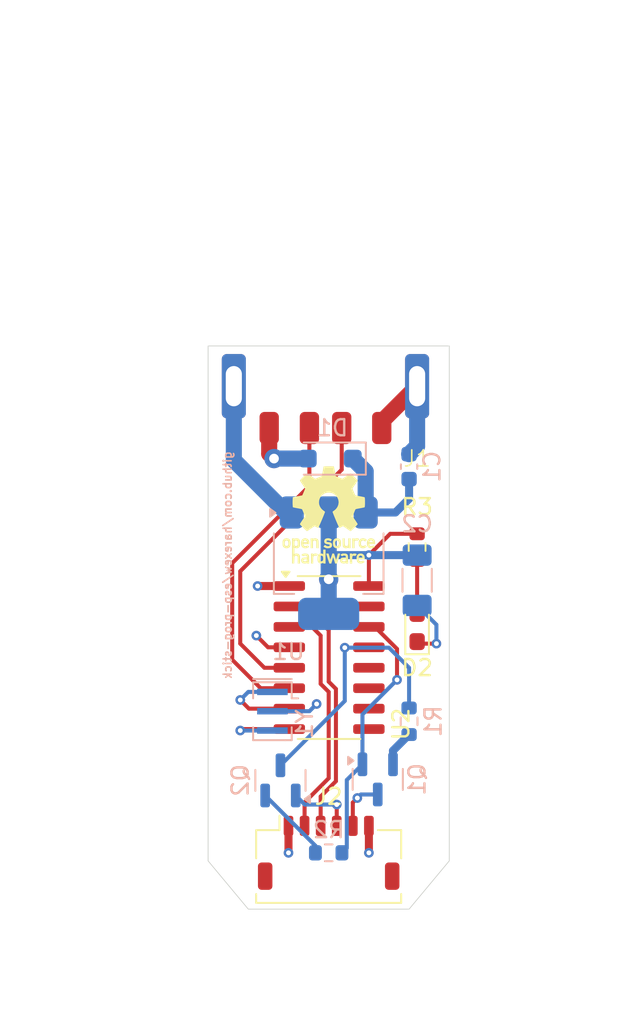
<source format=kicad_pcb>
(kicad_pcb (version 20240108) (generator "pcbnew") (generator_version "8.0")
  (title_block (title "ESP-PROG Stick") (date "2024-10-31") (rev "1.0") (company "github.com/harexew"))
  (layers (0 "F.Cu" signal) (1 "In1.Cu" signal) (2 "In2.Cu" signal) (31 "B.Cu" signal) (34 "B.Paste" user) (35 "F.Paste" user) (36 "B.SilkS" user "B.Silkscreen") (37 "F.SilkS" user "F.Silkscreen") (38 "B.Mask" user) (39 "F.Mask" user) (44 "Edge.Cuts" user))
  (net 0 "")
  (net 1 "GND")
  (net 2 "+5V")
  (net 3 "+3V3")
  (net 4 "Net-(D1-A)")
  (net 5 "/ESP_IO0")
  (net 6 "/RX")
  (net 7 "/TX")
  (net 8 "/ESP_EN")
  (net 9 "Net-(Q1-B)")
  (net 10 "/RTS")
  (net 11 "/DTR")
  (net 12 "Net-(Q2-B)")
  (net 13 "Net-(D2-A)")
  (net 14 "Net-(U2-XO)")
  (net 19 "Net-(U2-XI)")
  (net 21 "/USB_D-")
  (net 22 "/USB_D+")
  (footprint "Resistor_SMD:R_0603_1608Metric" (layer "F.Cu") (at 205.5 68 -90)
    (property "Reference" "R3" (at -2.5 0 180) (layer "F.SilkS"))
    (property "Value" "2K2")
    (pad "1" smd roundrect (at -0.825 0 270) (size 0.8 0.95) (layers "F.Cu" "F.Paste" "F.Mask") (net 3 "+3V3"))
    (pad "2" smd roundrect (at 0.825 0 270) (size 0.8 0.95) (layers "F.Cu" "F.Paste" "F.Mask") (net 13 "Net-(D2-A)"))
  )
  (footprint "USB_Custom:XKB_U217-041N" (layer "F.Cu") (at 198.8 60.6)
    (property "Reference" "J1" (at 6.7 1.9 0) (layer "F.SilkS") (effects (font (thickness 0.1))))
    (property "Value" "USB_A")
    (pad "" np_thru_hole circle (at -1.25 -2.6) (size 1 1) (drill 1) (layers "F&B.Cu" "*.Mask"))
    (pad "" np_thru_hole circle (at 3.25 -2.6) (size 1 1) (drill 1) (layers "F&B.Cu" "*.Mask"))
    (pad "1" smd roundrect (at -2.5 0) (size 1.2 2) (layers "F.Cu" "F.Paste" "F.Mask") (net 4 "Net-(D1-A)"))
    (pad "2" smd roundrect (at 0 0) (size 1.2 2) (layers "F.Cu" "F.Paste" "F.Mask") (net 21 "/USB_D-"))
    (pad "3" smd roundrect (at 2.01 0) (size 1.2 2) (layers "F.Cu" "F.Paste" "F.Mask") (net 22 "/USB_D+"))
    (pad "4" smd roundrect (at 4.5 0) (size 1.2 2) (layers "F.Cu" "F.Paste" "F.Mask") (net 1 "GND"))
    (pad "5" thru_hole roundrect (at -4.7 -2.6) (size 1.5 4) (drill oval 1 2.5) (layers "*.Cu" "*.Mask") (roundrect_rratio 0.2083333333) (net 1 "GND"))
    (pad "5" thru_hole roundrect (at 6.7 -2.6) (size 1.5 4) (drill oval 1 2.5) (layers "*.Cu" "*.Mask") (roundrect_rratio 0.2083333333) (net 1 "GND"))
  )
  (footprint "Connector_JST:JST_SHL_SM06B-SHLS-TF_1x06-1MP_P1.00mm_Horizontal" (layer "F.Cu") (at 200 87)
    (property "Reference" "J2" (at 0 -3.5 0) (layer "F.SilkS"))
    (property "Value" "JST SM06B-SHLS-TF")
    (pad "1" smd roundrect (at -2.5 -1.675) (size 0.6 1.25) (layers "F.Cu" "F.Paste" "F.Mask") (net 1 "GND"))
    (pad "2" smd roundrect (at -1.5 -1.675) (size 0.6 1.25) (layers "F.Cu" "F.Paste" "F.Mask") (net 6 "/RX"))
    (pad "3" smd roundrect (at -0.5 -1.675) (size 0.6 1.25) (layers "F.Cu" "F.Paste" "F.Mask") (net 7 "/TX"))
    (pad "4" smd roundrect (at 0.5 -1.675) (size 0.6 1.25) (layers "F.Cu" "F.Paste" "F.Mask") (net 5 "/ESP_IO0"))
    (pad "5" smd roundrect (at 1.5 -1.675) (size 0.6 1.25) (layers "F.Cu" "F.Paste" "F.Mask") (net 8 "/ESP_EN"))
    (pad "6" smd roundrect (at 2.5 -1.675) (size 0.6 1.25) (layers "F.Cu" "F.Paste" "F.Mask") (net 3 "+3V3"))
    (pad "MP" smd roundrect (at -3.95 1.45) (size 0.9 1.7) (layers "F.Cu" "F.Paste" "F.Mask"))
    (pad "MP" smd roundrect (at 3.95 1.45) (size 0.9 1.7) (layers "F.Cu" "F.Paste" "F.Mask"))
  )
  (footprint "LED_SMD:LED_0603_1608Metric_Pad1.05x0.95mm_HandSolder" (layer "F.Cu") (at 205.5 73 90)
    (property "Reference" "D2" (at -2.5 0 0) (layer "F.SilkS"))
    (property "Value" "LED_Red")
    (pad "1" smd roundrect (at -0.875 0 90) (size 1.05 0.95) (layers "F.Cu" "F.Paste" "F.Mask") (net 1 "GND"))
    (pad "2" smd roundrect (at 0.875 0 90) (size 1.05 0.95) (layers "F.Cu" "F.Paste" "F.Mask") (net 13 "Net-(D2-A)"))
  )
  (footprint "Symbol:OSHW-Logo_5.7x6mm_SilkScreen" (layer "F.Cu") (at 200 66)
    (property "Reference" "REF**" (hide yes))
    (property "Value" "OSHW-Logo_5.7x6mm_SilkScreen" (hide yes))
  )
  (footprint "Package_SO:SOIC-16_3.9x9.9mm_P1.27mm" (layer "F.Cu") (at 200.025 74.865)
    (property "Reference" "U2" (at 4.475 4.135 90) (layer "F.SilkS"))
    (property "Value" "CH340G")
    (pad "1" smd roundrect (at -2.475 -4.445) (size 1.95 0.6) (layers "F.Cu" "F.Paste" "F.Mask") (net 1 "GND"))
    (pad "2" smd roundrect (at -2.475 -3.175) (size 1.95 0.6) (layers "F.Cu" "F.Paste" "F.Mask") (net 7 "/TX"))
    (pad "3" smd roundrect (at -2.475 -1.905) (size 1.95 0.6) (layers "F.Cu" "F.Paste" "F.Mask") (net 6 "/RX"))
    (pad "4" smd roundrect (at -2.475 -0.635) (size 1.95 0.6) (layers "F.Cu" "F.Paste" "F.Mask") (net 3 "+3V3"))
    (pad "5" smd roundrect (at -2.475 0.635) (size 1.95 0.6) (layers "F.Cu" "F.Paste" "F.Mask") (net 22 "/USB_D+"))
    (pad "6" smd roundrect (at -2.475 1.905) (size 1.95 0.6) (layers "F.Cu" "F.Paste" "F.Mask") (net 21 "/USB_D-"))
    (pad "7" smd roundrect (at -2.475 3.175) (size 1.95 0.6) (layers "F.Cu" "F.Paste" "F.Mask") (net 19 "Net-(U2-XI)"))
    (pad "8" smd roundrect (at -2.475 4.445) (size 1.95 0.6) (layers "F.Cu" "F.Paste" "F.Mask") (net 14 "Net-(U2-XO)"))
    (pad "9" smd roundrect (at 2.475 4.445) (size 1.95 0.6) (layers "F.Cu" "F.Paste" "F.Mask"))
    (pad "10" smd roundrect (at 2.475 3.175) (size 1.95 0.6) (layers "F.Cu" "F.Paste" "F.Mask"))
    (pad "11" smd roundrect (at 2.475 1.905) (size 1.95 0.6) (layers "F.Cu" "F.Paste" "F.Mask"))
    (pad "12" smd roundrect (at 2.475 0.635) (size 1.95 0.6) (layers "F.Cu" "F.Paste" "F.Mask"))
    (pad "13" smd roundrect (at 2.475 -0.635) (size 1.95 0.6) (layers "F.Cu" "F.Paste" "F.Mask") (net 11 "/DTR"))
    (pad "14" smd roundrect (at 2.475 -1.905) (size 1.95 0.6) (layers "F.Cu" "F.Paste" "F.Mask") (net 10 "/RTS"))
    (pad "15" smd roundrect (at 2.475 -3.175) (size 1.95 0.6) (layers "F.Cu" "F.Paste" "F.Mask"))
    (pad "16" smd roundrect (at 2.475 -4.445) (size 1.95 0.6) (layers "F.Cu" "F.Paste" "F.Mask") (net 3 "+3V3"))
  )
  (footprint "Crystal:Resonator_SMD_Murata_CSTxExxV-3Pin_3.0x1.1mm" (layer "B.Cu") (at 196.5 78.2 -90)
    (property "Reference" "Y1" (at 0.8 -2 90) (layer "B.SilkS") (effects (justify mirror)))
    (property "Value" "CSTNE12M0G550000R0")
    (pad "1" smd rect (at -1.2 0 270) (size 0.4 1.9) (layers "B.Cu" "B.Paste" "B.Mask") (net 19 "Net-(U2-XI)"))
    (pad "2" smd rect (at 0 0 270) (size 0.4 1.9) (layers "B.Cu" "B.Paste" "B.Mask") (net 1 "GND"))
    (pad "3" smd rect (at 1.2 0 270) (size 0.4 1.9) (layers "B.Cu" "B.Paste" "B.Mask") (net 14 "Net-(U2-XO)"))
  )
  (footprint "Package_TO_SOT_SMD:SOT-223-3_TabPin2" (layer "B.Cu") (at 200 69 -90)
    (property "Reference" "U1" (at 5.5 2.5 180) (layer "B.SilkS") (effects (justify mirror)))
    (property "Value" "AZ1117-3.3")
    (pad "1" smd roundrect (at -3.15 2.3 270) (size 2 1.5) (layers "B.Cu" "B.Paste" "B.Mask") (net 1 "GND"))
    (pad "2" smd roundrect (at -3.15 0 270) (size 2 1.5) (layers "B.Cu" "B.Paste" "B.Mask") (net 3 "+3V3"))
    (pad "2" smd roundrect (at 3.15 0 270) (size 2 3.8) (layers "B.Cu" "B.Paste" "B.Mask") (net 3 "+3V3"))
    (pad "3" smd roundrect (at -3.15 -2.3 270) (size 2 1.5) (layers "B.Cu" "B.Paste" "B.Mask") (net 2 "+5V"))
  )
  (footprint "Resistor_SMD:R_0603_1608Metric" (layer "B.Cu") (at 200 87 180)
    (property "Reference" "R2" (at 0 1.43 0) (layer "B.SilkS") (effects (justify mirror)))
    (property "Value" "10K")
    (pad "1" smd roundrect (at -0.825 0 180) (size 0.8 0.95) (layers "B.Cu" "B.Paste" "B.Mask") (net 10 "/RTS"))
    (pad "2" smd roundrect (at 0.825 0 180) (size 0.8 0.95) (layers "B.Cu" "B.Paste" "B.Mask") (net 12 "Net-(Q2-B)"))
  )
  (footprint "Capacitor_SMD:C_1206_3216Metric_Pad1.33x1.80mm_HandSolder" (layer "B.Cu") (at 205.5 70.0625 -90)
    (property "Reference" "C2" (at -3.5 0 180) (layer "B.SilkS") (effects (justify mirror)))
    (property "Value" "22uF")
    (pad "1" smd roundrect (at -1.5625 0 270) (size 1.325 1.8) (layers "B.Cu" "B.Paste" "B.Mask") (roundrect_rratio 0.188679) (net 3 "+3V3"))
    (pad "2" smd roundrect (at 1.5625 0 270) (size 1.325 1.8) (layers "B.Cu" "B.Paste" "B.Mask") (roundrect_rratio 0.188679) (net 1 "GND"))
  )
  (footprint "Diode_SMD:D_SOD-123F" (layer "B.Cu") (at 200.1 62.5 180)
    (property "Reference" "D1" (at -0.127 1.905 0) (layer "B.SilkS") (effects (justify mirror)))
    (property "Value" "DSL16")
    (pad "1" smd roundrect (at -1.4 0 180) (size 1.1 1.1) (layers "B.Cu" "B.Paste" "B.Mask") (roundrect_rratio 0.2272727273) (net 2 "+5V"))
    (pad "2" smd roundrect (at 1.4 0 180) (size 1.1 1.1) (layers "B.Cu" "B.Paste" "B.Mask") (roundrect_rratio 0.2272727273) (net 4 "Net-(D1-A)"))
  )
  (footprint "Resistor_SMD:R_0603_1608Metric" (layer "B.Cu") (at 205 78.825 -90)
    (property "Reference" "R1" (at 0 -1.5 90) (layer "B.SilkS") (effects (justify mirror)))
    (property "Value" "10K")
    (pad "1" smd roundrect (at -0.825 0 270) (size 0.8 0.95) (layers "B.Cu" "B.Paste" "B.Mask") (net 11 "/DTR"))
    (pad "2" smd roundrect (at 0.825 0 270) (size 0.8 0.95) (layers "B.Cu" "B.Paste" "B.Mask") (net 9 "Net-(Q1-B)"))
  )
  (footprint "Capacitor_SMD:C_0603_1608Metric" (layer "B.Cu") (at 205 63 90)
    (property "Reference" "C1" (at 0 1.43 90) (layer "B.SilkS") (effects (justify mirror)))
    (property "Value" "10uF")
    (pad "1" smd roundrect (at -0.775 0 90) (size 0.9 0.95) (layers "B.Cu" "B.Paste" "B.Mask") (net 2 "+5V"))
    (pad "2" smd roundrect (at 0.775 0 90) (size 0.9 0.95) (layers "B.Cu" "B.Paste" "B.Mask") (net 1 "GND"))
  )
  (footprint "Package_TO_SOT_SMD:SOT-23" (layer "B.Cu") (at 197 82.5 90)
    (property "Reference" "Q2" (at 0 -2.5 90) (layer "B.SilkS") (effects (justify mirror)))
    (property "Value" "S8050")
    (pad "1" smd roundrect (at -0.9375 0.95 90) (size 1.475 0.6) (layers "B.Cu" "B.Paste" "B.Mask") (net 5 "/ESP_IO0"))
    (pad "2" smd roundrect (at -0.9375 -0.95 90) (size 1.475 0.6) (layers "B.Cu" "B.Paste" "B.Mask") (net 12 "Net-(Q2-B)"))
    (pad "3" smd roundrect (at 0.9375 0 90) (size 1.475 0.6) (layers "B.Cu" "B.Paste" "B.Mask") (net 11 "/DTR"))
  )
  (footprint "Package_TO_SOT_SMD:SOT-23" (layer "B.Cu") (at 203.05 82.4375 -90)
    (property "Reference" "Q1" (at 0 -2.45 90) (layer "B.SilkS") (effects (justify mirror)))
    (property "Value" "S8050")
    (pad "1" smd roundrect (at -0.9375 0.95 270) (size 1.475 0.6) (layers "B.Cu" "B.Paste" "B.Mask") (net 10 "/RTS"))
    (pad "2" smd roundrect (at -0.9375 -0.95 270) (size 1.475 0.6) (layers "B.Cu" "B.Paste" "B.Mask") (net 9 "Net-(Q1-B)"))
    (pad "3" smd roundrect (at 0.9375 0 270) (size 1.475 0.6) (layers "B.Cu" "B.Paste" "B.Mask") (net 8 "/ESP_EN"))
  )
  (gr_poly (pts (xy 192.5 55.5) (xy 207.5 55.5) (xy 207.5 87.5) (xy 205 90.5) (xy 195 90.5) (xy 192.5 87.5)) (stroke (width 0.05)) (fill none) (layer "Edge.Cuts"))
  (gr_text "github.com/harexew/esp-prog-stick" (at 194 62 90) (layer "B.SilkS") (effects (font (size 0.5 0.5) (thickness 0.1) (bold yes)) (justify left bottom mirror)))
  (segment (start 195.58 70.42) (end 197.55 70.42) (width 0.5) (layer "F.Cu") (net 1))
  (segment (start 206.7 74) (end 205.625 74) (width 0.25) (layer "F.Cu") (net 1))
  (segment (start 205.625 74) (end 205.5 73.875) (width 0.25) (layer "F.Cu") (net 1))
  (segment (start 203.3 60.6) (end 203.3 60.2) (width 1) (layer "F.Cu") (net 1))
  (segment (start 197.5 85.325) (end 197.5 87) (width 0.5) (layer "F.Cu") (net 1))
  (segment (start 203.3 60.2) (end 205.5 58) (width 1) (layer "F.Cu") (net 1))
  (via (at 206.7 74) (size 0.6) (drill 0.3) (layers "F.Cu" "B.Cu") (net 1))
  (via (at 195.58 70.42) (size 0.6) (drill 0.3) (layers "F.Cu" "B.Cu") (net 1))
  (via (at 197.5 87) (size 0.6) (drill 0.3) (layers "F.Cu" "B.Cu") (net 1))
  (via (at 199.25 77.75) (size 0.6) (drill 0.3) (layers "F.Cu" "B.Cu") (net 1))
  (segment (start 198.8 78.2) (end 199.25 77.75) (width 0.25) (layer "B.Cu") (net 1))
  (segment (start 197.35 65.85) (end 194.1 62.6) (width 1) (layer "B.Cu") (net 1))
  (segment (start 196.5 78.2) (end 198.8 78.2) (width 0.25) (layer "B.Cu") (net 1))
  (segment (start 194.1 62.6) (end 194.1 58) (width 1) (layer "B.Cu") (net 1))
  (segment (start 205.5 58) (end 205.5 61.725) (width 1) (layer "B.Cu") (net 1))
  (segment (start 206.7 74) (end 206.7 72.825) (width 0.25) (layer "B.Cu") (net 1))
  (segment (start 206.7 72.825) (end 205.5 71.625) (width 0.25) (layer "B.Cu") (net 1))
  (segment (start 205.5 61.725) (end 205 62.225) (width 1) (layer "B.Cu") (net 1))
  (segment (start 197.7 65.85) (end 197.35 65.85) (width 1) (layer "B.Cu") (net 1))
  (segment (start 205 63.775) (end 205 65) (width 0.5) (layer "B.Cu") (net 2))
  (segment (start 205 65) (end 204.15 65.85) (width 0.5) (layer "B.Cu") (net 2))
  (segment (start 202.3 65.85) (end 202.3 63.3) (width 1) (layer "B.Cu") (net 2))
  (segment (start 204.15 65.85) (end 202.3 65.85) (width 0.5) (layer "B.Cu") (net 2))
  (segment (start 202.3 63.3) (end 201.5 62.5) (width 1) (layer "B.Cu") (net 2))
  (segment (start 195.5 73.5) (end 196.23 74.23) (width 0.25) (layer "F.Cu") (net 3))
  (segment (start 202.5 68.5) (end 202.5 70.42) (width 0.25) (layer "F.Cu") (net 3))
  (segment (start 203.825 67.175) (end 205.5 67.175) (width 0.25) (layer "F.Cu") (net 3))
  (segment (start 202.5 68.5) (end 203.825 67.175) (width 0.25) (layer "F.Cu") (net 3))
  (segment (start 202.5 85.325) (end 202.5 87) (width 0.5) (layer "F.Cu") (net 3))
  (segment (start 196.23 74.23) (end 197.55 74.23) (width 0.25) (layer "F.Cu") (net 3))
  (via (at 202.5 87) (size 0.6) (drill 0.3) (layers "F.Cu" "B.Cu") (net 3))
  (via (at 202.5 68.5) (size 0.6) (drill 0.3) (layers "F.Cu" "B.Cu") (net 3))
  (via (at 200 70) (size 1.2) (drill 0.6) (layers "F.Cu" "B.Cu") (net 3))
  (via (at 195.5 73.5) (size 0.6) (drill 0.3) (layers "F.Cu" "B.Cu") (net 3))
  (segment (start 200 68.5) (end 200 70) (width 0.5) (layer "B.Cu") (net 3))
  (segment (start 202.5 68.5) (end 200 68.5) (width 0.5) (layer "B.Cu") (net 3))
  (segment (start 200 70) (end 200 72.15) (width 1) (layer "B.Cu") (net 3))
  (segment (start 205.5 68.5) (end 202.5 68.5) (width 0.5) (layer "B.Cu") (net 3))
  (segment (start 200 65.85) (end 200 70) (width 1) (layer "B.Cu") (net 3))
  (segment (start 196.6 62.5) (end 196.3 62.2) (width 1) (layer "F.Cu") (net 4))
  (segment (start 196.3 62.2) (end 196.3 60.6) (width 1) (layer "F.Cu") (net 4))
  (via (at 196.6 62.5) (size 1.2) (drill 0.6) (layers "F.Cu" "B.Cu") (net 4))
  (segment (start 196.6 62.5) (end 198.7 62.5) (width 1) (layer "B.Cu") (net 4))
  (segment (start 200.5 84) (end 200.5 85.325) (width 0.25) (layer "F.Cu") (net 5))
  (via (at 200.5 84) (size 0.6) (drill 0.3) (layers "F.Cu" "B.Cu") (net 5))
  (segment (start 198.5125 84) (end 197.95 83.4375) (width 0.25) (layer "B.Cu") (net 5))
  (segment (start 200.5 84) (end 198.5125 84) (width 0.25) (layer "B.Cu") (net 5))
  (segment (start 198.96 72.96) (end 197.55 72.96) (width 0.25) (layer "F.Cu") (net 6))
  (segment (start 199.5 76.5) (end 199.5 73.5) (width 0.25) (layer "F.Cu") (net 6))
  (segment (start 200 77) (end 199.5 76.5) (width 0.25) (layer "F.Cu") (net 6))
  (segment (start 200 82.363604) (end 200 77) (width 0.25) (layer "F.Cu") (net 6))
  (segment (start 198.5 85.325) (end 198.5 83.863604) (width 0.25) (layer "F.Cu") (net 6))
  (segment (start 198.5 83.863604) (end 200 82.363604) (width 0.25) (layer "F.Cu") (net 6))
  (segment (start 199.5 73.5) (end 198.96 72.96) (width 0.25) (layer "F.Cu") (net 6))
  (segment (start 199.5 83.5) (end 200.45 82.55) (width 0.25) (layer "F.Cu") (net 7))
  (segment (start 198.524999 71.69) (end 197.55 71.69) (width 0.25) (layer "F.Cu") (net 7))
  (segment (start 200.45 82.55) (end 200.45 76.813604) (width 0.25) (layer "F.Cu") (net 7))
  (segment (start 199.5 85.325) (end 199.5 83.5) (width 0.25) (layer "F.Cu") (net 7))
  (segment (start 200.45 76.813604) (end 200 76.363604) (width 0.25) (layer "F.Cu") (net 7))
  (segment (start 200 76.363604) (end 200 73.165001) (width 0.25) (layer "F.Cu") (net 7))
  (segment (start 200 73.165001) (end 198.524999 71.69) (width 0.25) (layer "F.Cu") (net 7))
  (segment (start 201.5 83.875) (end 201.5 85.325) (width 0.25) (layer "F.Cu") (net 8))
  (segment (start 201.78125 83.59375) (end 201.5 83.875) (width 0.25) (layer "F.Cu") (net 8))
  (via (at 201.78125 83.59375) (size 0.6) (drill 0.3) (layers "F.Cu" "B.Cu") (net 8))
  (segment (start 202 83.375) (end 203.05 83.375) (width 0.25) (layer "B.Cu") (net 8))
  (segment (start 201.78125 83.59375) (end 202 83.375) (width 0.25) (layer "B.Cu") (net 8))
  (segment (start 204 80.65) (end 205 79.65) (width 0.5) (layer "B.Cu") (net 9))
  (segment (start 204 81.5) (end 204 80.65) (width 0.5) (layer "B.Cu") (net 9))
  (segment (start 202.880908 72.96) (end 202.5 72.96) (width 0.25) (layer "F.Cu") (net 10))
  (segment (start 204.25 74.329092) (end 202.880908 72.96) (width 0.25) (layer "F.Cu") (net 10))
  (segment (start 204.25 76.25) (end 204.25 74.329092) (width 0.25) (layer "F.Cu") (net 10))
  (via (at 204.25 76.25) (size 0.6) (drill 0.3) (layers "F.Cu" "B.Cu") (net 10))
  (segment (start 202.1 78.4) (end 202.1 81.5) (width 0.25) (layer "B.Cu") (net 10))
  (segment (start 201.125 86.7) (end 201.125 82.475) (width 0.25) (layer "B.Cu") (net 10))
  (segment (start 200.825 87) (end 201.125 86.7) (width 0.25) (layer "B.Cu") (net 10))
  (segment (start 204.25 76.25) (end 202.1 78.4) (width 0.25) (layer "B.Cu") (net 10))
  (segment (start 201.125 82.475) (end 202.1 81.5) (width 0.25) (layer "B.Cu") (net 10))
  (segment (start 201 74.25) (end 202.48 74.25) (width 0.25) (layer "F.Cu") (net 11))
  (segment (start 202.48 74.25) (end 202.5 74.23) (width 0.25) (layer "F.Cu") (net 11))
  (via (at 201 74.25) (size 0.6) (drill 0.3) (layers "F.Cu" "B.Cu") (net 11))
  (segment (start 203.75 74.25) (end 205 75.5) (width 0.25) (layer "B.Cu") (net 11))
  (segment (start 201 77.5625) (end 197 81.5625) (width 0.25) (layer "B.Cu") (net 11))
  (segment (start 205 75.5) (end 205 78) (width 0.25) (layer "B.Cu") (net 11))
  (segment (start 201 74.25) (end 201 77.5625) (width 0.25) (layer "B.Cu") (net 11))
  (segment (start 201 74.25) (end 203.75 74.25) (width 0.25) (layer "B.Cu") (net 11))
  (segment (start 199.175 86.5625) (end 196.05 83.4375) (width 0.25) (layer "B.Cu") (net 12))
  (segment (start 199.175 87) (end 199.175 86.5625) (width 0.25) (layer "B.Cu") (net 12))
  (segment (start 205.5 68.825) (end 205.5 72.125) (width 0.25) (layer "F.Cu") (net 13))
  (segment (start 194.59 79.31) (end 197.55 79.31) (width 0.25) (layer "F.Cu") (net 14))
  (segment (start 194.5 79.4) (end 194.59 79.31) (width 0.25) (layer "F.Cu") (net 14))
  (via (at 194.5 79.4) (size 0.6) (drill 0.3) (layers "F.Cu" "B.Cu") (net 14))
  (segment (start 194.5 79.4) (end 196.5 79.4) (width 0.25) (layer "B.Cu") (net 14))
  (segment (start 195.04 78.04) (end 197.55 78.04) (width 0.25) (layer "F.Cu") (net 19))
  (segment (start 194.5 77.5) (end 195.04 78.04) (width 0.25) (layer "F.Cu") (net 19))
  (via (at 194.5 77.5) (size 0.6) (drill 0.3) (layers "F.Cu" "B.Cu") (net 19))
  (segment (start 194.5 77.5) (end 195 77) (width 0.25) (layer "B.Cu") (net 19))
  (segment (start 195 77) (end 196.5 77) (width 0.25) (layer "B.Cu") (net 19))
  (segment (start 195.77 76.77) (end 197.55 76.77) (width 0.25) (layer "F.Cu") (net 21))
  (segment (start 194 75) (end 195.77 76.77) (width 0.25) (layer "F.Cu") (net 21))
  (segment (start 194 69) (end 194 75) (width 0.25) (layer "F.Cu") (net 21))
  (segment (start 198.8 64.2) (end 194 69) (width 0.25) (layer "F.Cu") (net 21))
  (segment (start 198.8 60.6) (end 198.8 64.2) (width 0.25) (layer "F.Cu") (net 21))
  (segment (start 196 75.5) (end 194.5 74) (width 0.25) (layer "F.Cu") (net 22))
  (segment (start 197.55 75.5) (end 196 75.5) (width 0.25) (layer "F.Cu") (net 22))
  (segment (start 194.5 69.5) (end 200.81 63.19) (width 0.25) (layer "F.Cu") (net 22))
  (segment (start 200.81 63.19) (end 200.81 60.6) (width 0.25) (layer "F.Cu") (net 22))
  (segment (start 194.5 74) (end 194.5 69.5) (width 0.25) (layer "F.Cu") (net 22))
)
</source>
